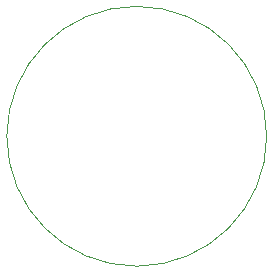
<source format=gbr>
G04 #@! TF.GenerationSoftware,KiCad,Pcbnew,(5.1.5)-3*
G04 #@! TF.CreationDate,2020-04-06T18:45:54+02:00*
G04 #@! TF.ProjectId,Capteur_Hall_I2C,43617074-6575-4725-9f48-616c6c5f4932,0.1*
G04 #@! TF.SameCoordinates,Original*
G04 #@! TF.FileFunction,Glue,Bot*
G04 #@! TF.FilePolarity,Positive*
%FSLAX46Y46*%
G04 Gerber Fmt 4.6, Leading zero omitted, Abs format (unit mm)*
G04 Created by KiCad (PCBNEW (5.1.5)-3) date 2020-04-06 18:45:54*
%MOMM*%
%LPD*%
G04 APERTURE LIST*
%ADD10C,0.050000*%
G04 APERTURE END LIST*
D10*
X163400000Y-102870000D02*
G75*
G03X163400000Y-102870000I-11000000J0D01*
G01*
M02*

</source>
